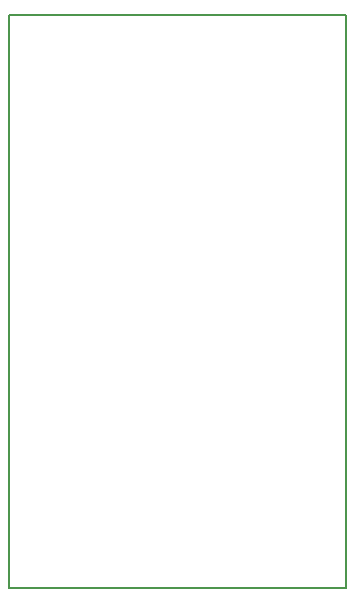
<source format=gm1>
G04 #@! TF.GenerationSoftware,KiCad,Pcbnew,(5.1.0-0)*
G04 #@! TF.CreationDate,2019-10-12T10:13:56-07:00*
G04 #@! TF.ProjectId,BB-Mainboard-0,42422d4d-6169-46e6-926f-6172642d302e,rev?*
G04 #@! TF.SameCoordinates,Original*
G04 #@! TF.FileFunction,Profile,NP*
%FSLAX46Y46*%
G04 Gerber Fmt 4.6, Leading zero omitted, Abs format (unit mm)*
G04 Created by KiCad (PCBNEW (5.1.0-0)) date 2019-10-12 10:13:56*
%MOMM*%
%LPD*%
G04 APERTURE LIST*
%ADD10C,0.150000*%
G04 APERTURE END LIST*
D10*
X107500000Y-81000000D02*
X107500000Y-32500000D01*
X136000000Y-81000000D02*
X107500000Y-81000000D01*
X136000000Y-32500000D02*
X136000000Y-81000000D01*
X107500000Y-32500000D02*
X136000000Y-32500000D01*
M02*

</source>
